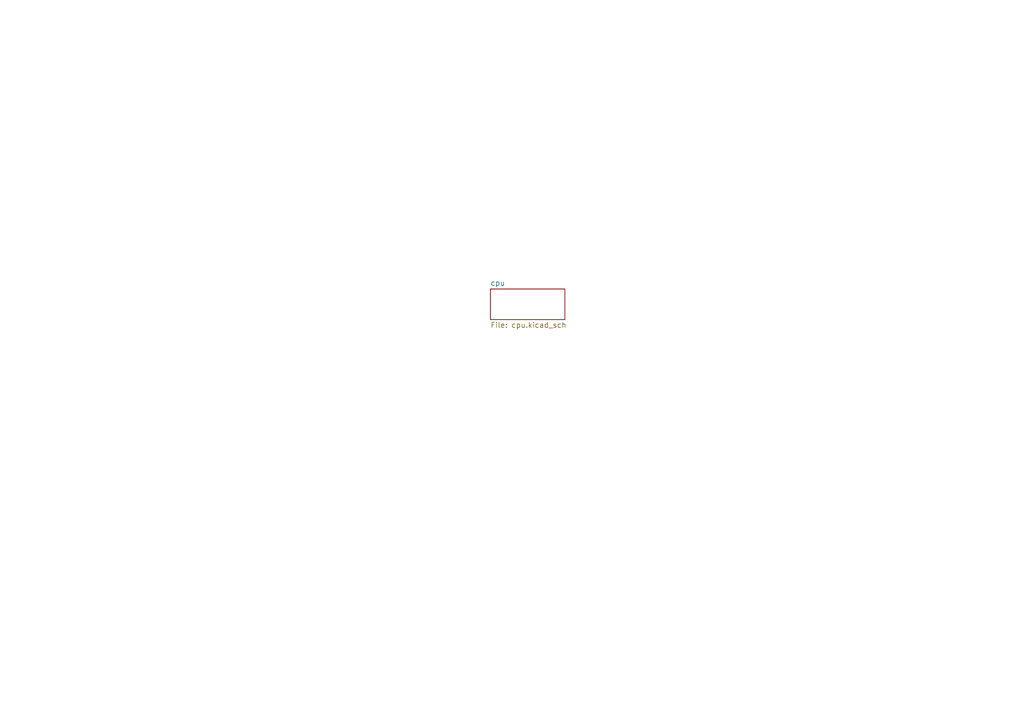
<source format=kicad_sch>
(kicad_sch (version 20210621) (generator eeschema)
  (paper "A4")
  (title_block (title "NAME") (date "%F") (rev "REV") (company "Mlab www.mlab.cz") (comment 1 "VERSION") (comment 2 "Short description \\nTwo lines are maximum") (comment 3 "nickname <email@example.com>") (comment 4 "BSD"))
  (lib_symbols)
  (sheet (at 142.24 83.82) (size 21.59 8.89)
    (property "Název listu" "cpu" (at 142.24 82.9814 0) (effects (font (size 1.524 1.524)) (justify left bottom)))
    (property "Soubor listu" "cpu.kicad_sch" (at 142.24 93.3962 0) (effects (font (size 1.524 1.524)) (justify left top)))
  )
)
</source>
